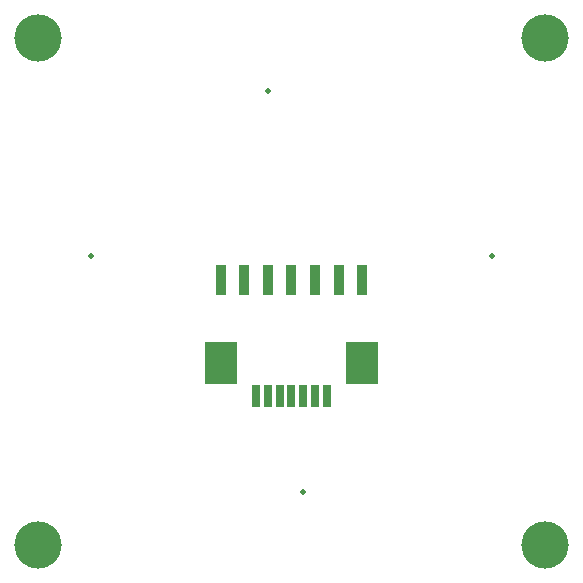
<source format=gbr>
G04 GENERATED BY PULSONIX 7.0 GERBER.DLL 4573*
%INHILLSTAR_30X30_EL_4LAYER_V1_0*%
%LNGERBER_SOLDERMASK_BOTTOM*%
%FSLAX33Y33*%
%IPPOS*%
%LPD*%
%OFA0B0*%
%MOMM*%
%ADD73R,0.951X2.551*%
%ADD627C,0.508*%
%ADD628C,4.000*%
%ADD629R,0.651X1.951*%
%ADD630R,2.751X3.651*%
X0Y0D02*
D02*
D73*
X125553Y130806D03*
X127553D03*
X129553D03*
X131553D03*
X133553D03*
X135553D03*
X137553D03*
D02*
D627*
X114553Y132856D03*
X125553Y130106D03*
Y131506D03*
X127553Y130106D03*
Y131506D03*
X128553Y121006D03*
X129553D03*
Y130106D03*
Y131506D03*
Y146856D03*
X130553Y121006D03*
X131553D03*
Y130106D03*
Y131506D03*
X132553Y112856D03*
Y121006D03*
X133553D03*
Y130106D03*
Y131506D03*
X135553Y130106D03*
Y131506D03*
X137553Y130106D03*
X148553Y132856D03*
D02*
D628*
X110053Y108356D03*
Y151356D03*
X153053Y108356D03*
Y151356D03*
D02*
D629*
X128553Y121006D03*
X129553D03*
X130553D03*
X131553D03*
X132553D03*
X133553D03*
X134553D03*
D02*
D630*
X125553Y123806D03*
X137553D03*
X0Y0D02*
M02*

</source>
